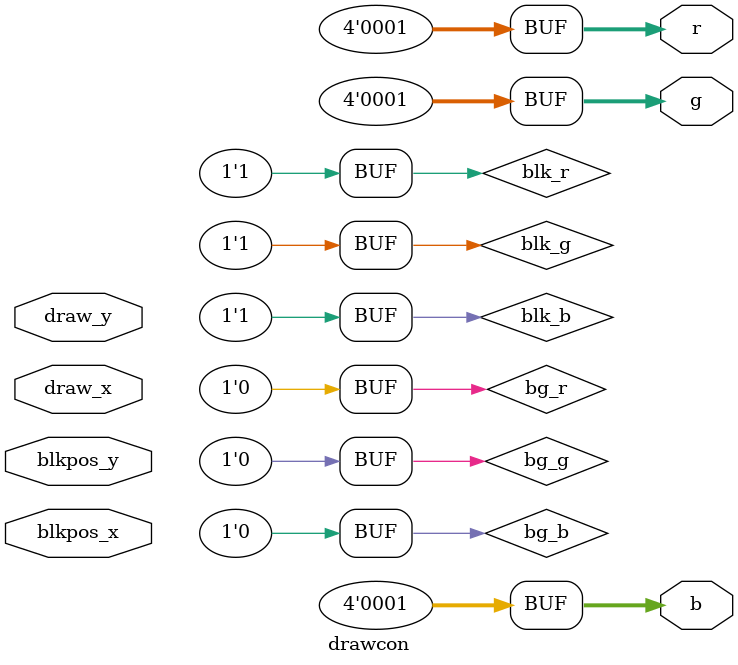
<source format=v>
`timescale 1ns / 1ps


module drawcon(
    input [10:0]blkpos_x,
    input [9:0]blkpos_y,
    input [10:0]draw_x,
    input [9:0]draw_y,
    output reg [3:0] r,
    output reg [3:0] g,
    output reg [3:0] b
    );
    
    reg bg_r = 0;
    reg bg_g = 0;
    reg bg_b = 0;
    reg blk_r = 0;
    reg blk_g = 0;
    reg blk_b = 0;
    
    always@*
        begin
        if ((draw_x<11) | (draw_x>1428) | (draw_y<11) | (draw_y>888))
            begin
            r <= 4'b1111;
            g <= 4'b1111;
            b <= 4'b1111;
            end
        else
            begin
            r <= 4'b0000;
            g <= 4'b1000;
            b <= 4'b1011;
            end
        end
    always@*
        begin
        if (((blkpos_x<draw_x) & (draw_x<blkpos_x+32)) & ((blkpos_y<draw_y) & (draw_y<blkpos_y+32)))
            begin
            blk_r <= 4'b1011;
            blk_g <= 4'b1011;
            blk_b <= 4'b1011;
            end
        else
            begin
            blk_r <= 4'b0011;
            blk_g <= 4'b0011;
            blk_b <= 4'b0011;
            end
        end
    always@*
        begin
        if (blk_r == 0)
            begin
            r <= bg_r;
            end
        else
            begin
            r <= blk_r;
            end
        if (blk_g == 0)
            begin
            g <= bg_g;
            end
        else
            begin
            g <= blk_g;
            end
        if (blk_b == 0)
            begin
            b <= bg_b;
            end
        else
            begin
            b <= blk_b;
            end
        end
endmodule

</source>
